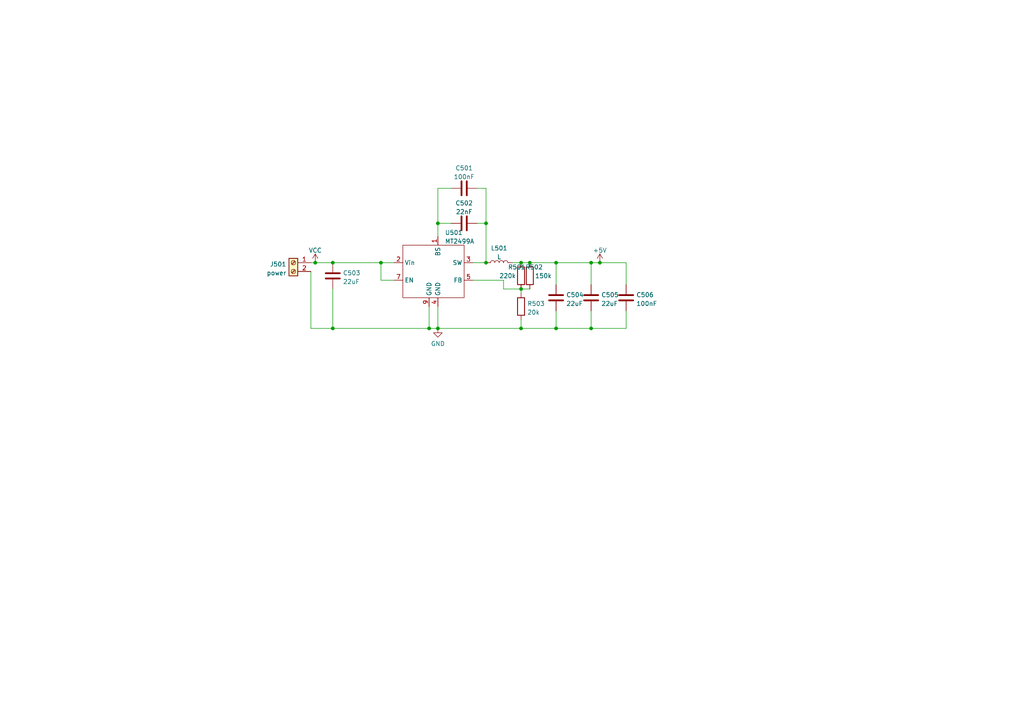
<source format=kicad_sch>
(kicad_sch (version 20211123) (generator eeschema)
  (paper "A4")
  (title_block (title "General Purpose IO module"))
  (lib_symbols
    (symbol "Connector:Screw_Terminal_01x02" (pin_names (offset 1.016) hide)
      (property "Reference" "J" (at 0 2.54 0))
      (property "Value" "Screw_Terminal_01x02" (at 0 -5.08 0))
      (symbol "Screw_Terminal_01x02_1_1"
        (rectangle (start -1.27 1.27) (end 1.27 -3.81) (stroke (width 0.254)) (fill (type background)))
        (circle (center 0 -2.54) (radius 0.635) (stroke (width 0.1524)))
        (polyline (pts (xy -0.5334 -2.2098) (xy 0.3302 -3.048)) (stroke (width 0.1524)))
        (polyline (pts (xy -0.5334 0.3302) (xy 0.3302 -0.508)) (stroke (width 0.1524)))
        (polyline (pts (xy -0.3556 -2.032) (xy 0.508 -2.8702)) (stroke (width 0.1524)))
        (polyline (pts (xy -0.3556 0.508) (xy 0.508 -0.3302)) (stroke (width 0.1524)))
        (circle (center 0 0) (radius 0.635) (stroke (width 0.1524)))
        (pin passive line (at -5.08 0 0) (length 3.81) (name "Pin_1") (number "1"))
        (pin passive line (at -5.08 -2.54 0) (length 3.81) (name "Pin_2") (number "2"))
      )
    )
    (symbol "Device:C" (pin_numbers hide) (pin_names (offset 0.254))
      (property "Reference" "C" (at 0.635 2.54 0))
      (property "Value" "C" (at 0.635 -2.54 0))
      (symbol "C_0_1"
        (polyline (pts (xy -2.032 -0.762) (xy 2.032 -0.762)) (stroke (width 0.508)))
        (polyline (pts (xy -2.032 0.762) (xy 2.032 0.762)) (stroke (width 0.508)))
      )
      (symbol "C_1_1"
        (pin passive line (at 0 3.81 270) (length 2.794) (name "~") (number "1"))
        (pin passive line (at 0 -3.81 90) (length 2.794) (name "~") (number "2"))
      )
    )
    (symbol "Device:L" (pin_numbers hide) (pin_names (offset 1.016) hide)
      (property "Reference" "L" (at -1.27 0 90))
      (property "Value" "L" (at 1.905 0 90))
      (symbol "L_0_1"
        (arc (start 0 -2.54) (mid 0.635 -1.905) (end 0 -1.27))
        (arc (start 0 -1.27) (mid 0.635 -0.635) (end 0 0))
        (arc (start 0 0) (mid 0.635 0.635) (end 0 1.27))
        (arc (start 0 1.27) (mid 0.635 1.905) (end 0 2.54))
      )
      (symbol "L_1_1"
        (pin passive line (at 0 3.81 270) (length 1.27) (name "1") (number "1"))
        (pin passive line (at 0 -3.81 90) (length 1.27) (name "2") (number "2"))
      )
    )
    (symbol "Device:R" (pin_numbers hide) (pin_names (offset 0))
      (property "Reference" "R" (at 2.032 0 90))
      (property "Value" "R" (at 0 0 90))
      (symbol "R_0_1"
        (rectangle (start -1.016 -2.54) (end 1.016 2.54) (stroke (width 0.254)))
      )
      (symbol "R_1_1"
        (pin passive line (at 0 3.81 270) (length 1.27) (name "~") (number "1"))
        (pin passive line (at 0 -3.81 90) (length 1.27) (name "~") (number "2"))
      )
    )
    (symbol "custom_kicad_lib_sk:MT499A"
      (property "Reference" "U1" (at 2.0194 9.999 0))
      (property "Value" "MT499A" (at 2.0194 7.4621 0))
      (symbol "MT499A_0_1"
        (rectangle (start -10.16 6.35) (end 7.62 -8.89) (stroke (width 0.1524)))
      )
      (symbol "MT499A_1_1"
        (pin input line (at 0 8.89 270) (length 2.54) (name "BS") (number "1"))
        (pin power_in line (at -12.7 1.27 0) (length 2.54) (name "Vin") (number "2"))
        (pin input line (at 10.16 1.27 180) (length 2.54) (name "SW") (number "3"))
        (pin power_in line (at 0 -11.43 90) (length 2.54) (name "GND") (number "4"))
        (pin input line (at 10.16 -3.81 180) (length 2.54) (name "FB") (number "5"))
        (pin no_connect line (at 8.89 -11.43 180) (length 2.54) hide (name "NC") (number "6"))
        (pin input line (at -12.7 -3.81 0) (length 2.54) (name "EN") (number "7"))
        (pin no_connect line (at 8.89 -13.97 180) (length 2.54) hide (name "NC") (number "8"))
        (pin input line (at -2.54 -11.43 90) (length 2.54) (name "GND") (number "9"))
      )
    )
    (symbol "power:+5V" (power) (pin_names (offset 0))
      (property "Value" "+5V" (at 0 3.556 0))
      (symbol "+5V_0_1"
        (polyline (pts (xy -0.762 1.27) (xy 0 2.54)))
        (polyline (pts (xy 0 0) (xy 0 2.54)))
        (polyline (pts (xy 0 2.54) (xy 0.762 1.27)))
      )
      (symbol "+5V_1_1"
        (pin power_in line (at 0 0 90) (length 0) hide (name "+5V") (number "1"))
      )
    )
    (symbol "power:GND" (power) (pin_names (offset 0))
      (property "Value" "GND" (at 0 -3.81 0))
      (symbol "GND_0_1"
        (polyline (pts (xy 0 0) (xy 0 -1.27) (xy 1.27 -1.27) (xy 0 -2.54) (xy -1.27 -1.27) (xy 0 -1.27)))
      )
      (symbol "GND_1_1"
        (pin power_in line (at 0 0 270) (length 0) hide (name "GND") (number "1"))
      )
    )
    (symbol "power:VCC" (power) (pin_names (offset 0))
      (property "Value" "VCC" (at 0 3.81 0))
      (symbol "VCC_0_1"
        (polyline (pts (xy -0.762 1.27) (xy 0 2.54)))
        (polyline (pts (xy 0 0) (xy 0 2.54)))
        (polyline (pts (xy 0 2.54) (xy 0.762 1.27)))
      )
      (symbol "VCC_1_1"
        (pin power_in line (at 0 0 90) (length 0) hide (name "VCC") (number "1"))
      )
    )
  )
  (junction (at 151.13 76.2))
  (junction (at 127 95.25))
  (junction (at 151.13 83.82))
  (junction (at 124.46 95.25))
  (junction (at 153.67 76.2))
  (junction (at 140.97 64.77))
  (junction (at 171.45 95.25))
  (junction (at 127 64.77))
  (junction (at 151.13 95.25))
  (junction (at 171.45 76.2))
  (junction (at 173.99 76.2))
  (junction (at 96.52 95.25))
  (junction (at 161.29 76.2))
  (junction (at 96.52 76.2))
  (junction (at 91.44 76.2))
  (junction (at 110.49 76.2))
  (junction (at 161.29 95.25))
  (junction (at 140.97 76.2))
  (wire (pts (xy 127 54.61) (xy 127 64.77)))
  (wire (pts (xy 124.46 88.9) (xy 124.46 95.25)))
  (wire (pts (xy 151.13 95.25) (xy 127 95.25)))
  (wire (pts (xy 146.05 81.28) (xy 146.05 83.82)))
  (wire (pts (xy 151.13 95.25) (xy 151.13 92.71)))
  (wire (pts (xy 140.97 64.77) (xy 140.97 54.61)))
  (wire (pts (xy 140.97 64.77) (xy 138.43 64.77)))
  (wire (pts (xy 151.13 83.82) (xy 153.67 83.82)))
  (wire (pts (xy 127 95.25) (xy 124.46 95.25)))
  (wire (pts (xy 171.45 90.17) (xy 171.45 95.25)))
  (wire (pts (xy 130.81 54.61) (xy 127 54.61)))
  (wire (pts (xy 137.16 81.28) (xy 146.05 81.28)))
  (wire (pts (xy 146.05 83.82) (xy 151.13 83.82)))
  (wire (pts (xy 151.13 83.82) (xy 151.13 85.09)))
  (wire (pts (xy 161.29 76.2) (xy 171.45 76.2)))
  (wire (pts (xy 151.13 76.2) (xy 153.67 76.2)))
  (wire (pts (xy 171.45 95.25) (xy 161.29 95.25)))
  (wire (pts (xy 124.46 95.25) (xy 96.52 95.25)))
  (wire (pts (xy 161.29 90.17) (xy 161.29 95.25)))
  (wire (pts (xy 90.17 76.2) (xy 91.44 76.2)))
  (wire (pts (xy 173.99 76.2) (xy 181.61 76.2)))
  (wire (pts (xy 110.49 76.2) (xy 110.49 81.28)))
  (wire (pts (xy 96.52 76.2) (xy 110.49 76.2)))
  (wire (pts (xy 127 64.77) (xy 130.81 64.77)))
  (wire (pts (xy 90.17 78.74) (xy 90.17 95.25)))
  (wire (pts (xy 181.61 95.25) (xy 171.45 95.25)))
  (wire (pts (xy 171.45 76.2) (xy 171.45 82.55)))
  (wire (pts (xy 148.59 76.2) (xy 151.13 76.2)))
  (wire (pts (xy 127 95.25) (xy 127 88.9)))
  (wire (pts (xy 96.52 95.25) (xy 96.52 83.82)))
  (wire (pts (xy 140.97 54.61) (xy 138.43 54.61)))
  (wire (pts (xy 110.49 76.2) (xy 114.3 76.2)))
  (wire (pts (xy 114.3 81.28) (xy 110.49 81.28)))
  (wire (pts (xy 161.29 95.25) (xy 151.13 95.25)))
  (wire (pts (xy 90.17 95.25) (xy 96.52 95.25)))
  (wire (pts (xy 140.97 76.2) (xy 140.97 64.77)))
  (wire (pts (xy 153.67 76.2) (xy 161.29 76.2)))
  (wire (pts (xy 91.44 76.2) (xy 96.52 76.2)))
  (wire (pts (xy 127 64.77) (xy 127 68.58)))
  (wire (pts (xy 137.16 76.2) (xy 140.97 76.2)))
  (wire (pts (xy 181.61 90.17) (xy 181.61 95.25)))
  (wire (pts (xy 161.29 82.55) (xy 161.29 76.2)))
  (wire (pts (xy 181.61 82.55) (xy 181.61 76.2)))
  (wire (pts (xy 171.45 76.2) (xy 173.99 76.2)))
  (symbol (lib_id "power:GND") (at 127 95.25 0) (unit 1)
    (property "Reference" "#PWR0503" (effects hide))
    (property "Value" "GND" (at 127 99.6934 0))
  )
  (symbol (lib_id "power:VCC") (at 91.44 76.2 0) (unit 1)
    (property "Reference" "#PWR0501" (effects hide))
    (property "Value" "VCC" (at 91.44 72.6242 0))
  )
  (symbol (lib_id "Device:C") (at 96.52 80.01 0) (unit 1)
    (property "Reference" "C503" (at 99.441 79.1753 0) (effects (justify left)))
    (property "Value" "22uF" (at 99.441 81.7122 0) (effects (justify left)))
    (property "Footprint" "Capacitor_SMD:C_0603_1608Metric_Pad1.08x0.95mm_HandSolder" (effects hide))
    (property "JLCPCB Part#" "C45783" (effects hide))
  )
  (symbol (lib_id "Device:C") (at 161.29 86.36 0) (unit 1)
    (property "Reference" "C504" (at 164.211 85.5253 0) (effects (justify left)))
    (property "Value" "22uF" (at 164.211 88.0622 0) (effects (justify left)))
    (property "Footprint" "Capacitor_SMD:C_0603_1608Metric_Pad1.08x0.95mm_HandSolder" (effects hide))
    (property "JLCPCB Part#" "C45783" (effects hide))
  )
  (symbol (lib_id "Device:R") (at 151.13 80.01 0) (unit 1)
    (property "Reference" "R501" (at 147.32 77.47 0) (effects (justify left)))
    (property "Value" "220k" (at 144.78 80.01 0) (effects (justify left)))
    (property "Footprint" "Resistor_SMD:R_0603_1608Metric_Pad0.98x0.95mm_HandSolder" (effects hide))
    (property "JLCPCB Part#" "C22961" (effects hide))
  )
  (symbol (lib_id "Device:C") (at 181.61 86.36 0) (unit 1)
    (property "Reference" "C506" (at 184.531 85.5253 0) (effects (justify left)))
    (property "Value" "100nF" (at 184.531 88.0622 0) (effects (justify left)))
    (property "Footprint" "Capacitor_SMD:C_0402_1005Metric_Pad0.74x0.62mm_HandSolder" (effects hide))
    (property "JLCPCB Part#" "C307331" (effects hide))
  )
  (symbol (lib_id "power:+5V") (at 173.99 76.2 0) (unit 1)
    (property "Reference" "#PWR0502" (effects hide))
    (property "Value" "+5V" (at 173.99 72.6242 0))
  )
  (symbol (lib_id "Connector:Screw_Terminal_01x02") (at 85.09 76.2 0) (mirror y) (unit 1)
    (property "Reference" "J501" (at 83.058 76.6353 0) (effects (justify left)))
    (property "Value" "power" (at 83.058 79.1722 0) (effects (justify left)))
    (property "Footprint" "TerminalBlock_Phoenix:TerminalBlock_Phoenix_MKDS-1,5-2-5.08_1x02_P5.08mm_Horizontal" (effects hide))
  )
  (symbol (lib_id "custom_kicad_lib_sk:MT499A") (at 127 77.47 0) (unit 1)
    (property "Reference" "U501" (at 129.0194 67.471 0) (effects (justify left)))
    (property "Value" "MT2499A" (at 129.0194 70.0079 0) (effects (justify left)))
    (property "Footprint" "Package_SO:TI_SO-PowerPAD-8" (effects hide))
    (property "Datasheet" "https://datasheet.lcsc.com/lcsc/2205121200_XI-AN-Aerosemi-Tech-MT2499A_C3007555.pdf" (effects hide))
    (property "JLCPCB Part#" "C3007555" (effects hide))
  )
  (symbol (lib_id "Device:R") (at 151.13 88.9 0) (unit 1)
    (property "Reference" "R503" (at 152.908 88.0653 0) (effects (justify left)))
    (property "Value" "20k" (at 152.908 90.6022 0) (effects (justify left)))
    (property "Footprint" "Resistor_SMD:R_0603_1608Metric_Pad0.98x0.95mm_HandSolder" (effects hide))
    (property "JLCPCB Part#" "C4328" (effects hide))
  )
  (symbol (lib_id "Device:C") (at 134.62 64.77 90) (unit 1)
    (property "Reference" "C502" (at 134.62 58.9112 90))
    (property "Value" "22nF" (at 134.62 61.4481 90))
    (property "Footprint" "Capacitor_SMD:C_0402_1005Metric_Pad0.74x0.62mm_HandSolder" (effects hide))
    (property "JLCPCB Part#" "C1729" (effects hide))
  )
  (symbol (lib_id "Device:C") (at 134.62 54.61 90) (unit 1)
    (property "Reference" "C501" (at 134.62 48.7512 90))
    (property "Value" "100nF" (at 134.62 51.2881 90))
    (property "Footprint" "Capacitor_SMD:C_0402_1005Metric_Pad0.74x0.62mm_HandSolder" (effects hide))
    (property "JLCPCB Part#" "C307331" (effects hide))
  )
  (symbol (lib_id "Device:R") (at 153.67 80.01 180) (unit 1)
    (property "Reference" "R502" (at 157.48 77.47 0) (effects (justify left)))
    (property "Value" "150k" (at 160.02 80.01 0) (effects (justify left)))
    (property "Footprint" "Resistor_SMD:R_0603_1608Metric_Pad0.98x0.95mm_HandSolder" (effects hide))
    (property "JLCPCB Part#" "C22807" (effects hide))
  )
  (symbol (lib_id "Device:L") (at 144.78 76.2 90) (unit 1)
    (property "Reference" "L501" (at 144.78 71.9922 90))
    (property "Value" "L" (at 144.78 74.5291 90))
    (property "Footprint" "Inductor_SMD:L_Bourns-SRU8028_8.0x8.0mm" (effects hide))
    (property "JLCPCB Part#" "C2929438" (effects hide))
  )
  (symbol (lib_id "Device:C") (at 171.45 86.36 0) (unit 1)
    (property "Reference" "C505" (at 174.371 85.5253 0) (effects (justify left)))
    (property "Value" "22uF" (at 174.371 88.0622 0) (effects (justify left)))
    (property "Footprint" "Capacitor_SMD:C_0603_1608Metric_Pad1.08x0.95mm_HandSolder" (effects hide))
    (property "JLCPCB Part#" "C45783" (effects hide))
  )
)
</source>
